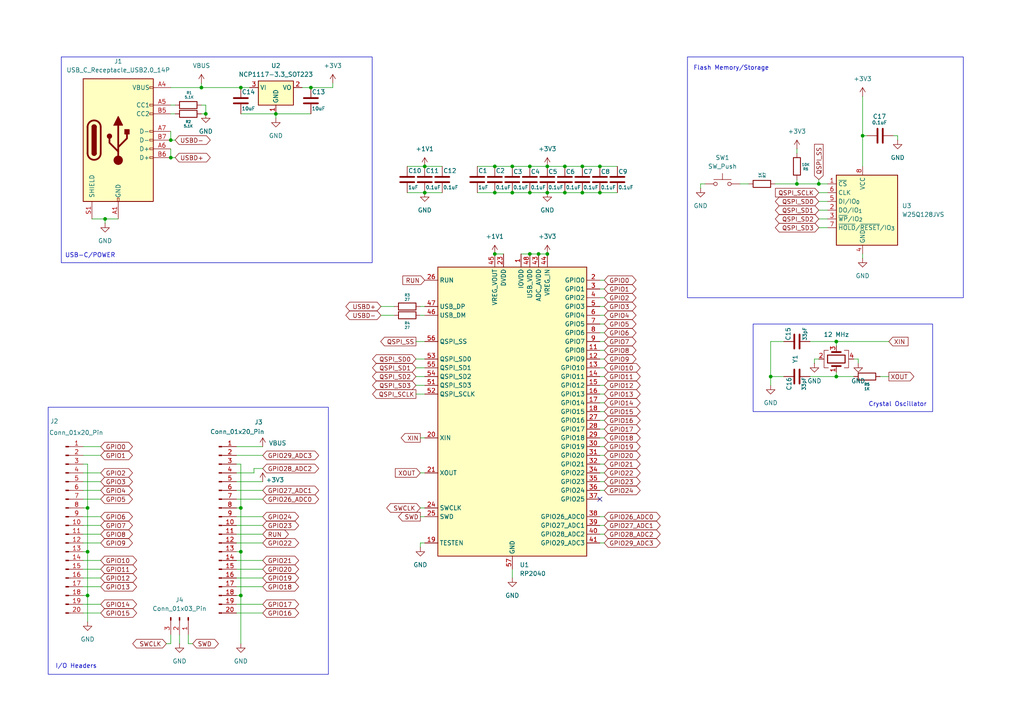
<source format=kicad_sch>
(kicad_sch (version 20250114) (generator "eeschema") (generator_version "9.0")
  (paper "A4")
  (lib_symbols
    (symbol "Connector:Conn_01x03_Pin" (pin_names (offset 1.016) (hide yes))
      (property "Reference" "J" (at 0 5.08 0))
      (property "Value" "Conn_01x03_Pin" (at 0 -5.08 0))
      (symbol "Conn_01x03_Pin_1_1"
        (pin passive line (at 5.08 2.54 180) (length 3.81) (name "Pin_1") (number "1"))
        (pin passive line (at 5.08 0 180) (length 3.81) (name "Pin_2") (number "2"))
        (pin passive line (at 5.08 -2.54 180) (length 3.81) (name "Pin_3") (number "3"))
      )
    )
    (symbol "Connector:Conn_01x20_Pin" (pin_names (offset 1.016) (hide yes))
      (property "Reference" "J" (at 0 25.4 0))
      (property "Value" "Conn_01x20_Pin" (at 0 -27.94 0))
      (symbol "Conn_01x20_Pin_1_1"
        (pin passive line (at 5.08 22.86 180) (length 3.81) (name "Pin_1") (number "1"))
        (pin passive line (at 5.08 20.32 180) (length 3.81) (name "Pin_2") (number "2"))
        (pin passive line (at 5.08 17.78 180) (length 3.81) (name "Pin_3") (number "3"))
        (pin passive line (at 5.08 15.24 180) (length 3.81) (name "Pin_4") (number "4"))
        (pin passive line (at 5.08 12.7 180) (length 3.81) (name "Pin_5") (number "5"))
        (pin passive line (at 5.08 10.16 180) (length 3.81) (name "Pin_6") (number "6"))
        (pin passive line (at 5.08 7.62 180) (length 3.81) (name "Pin_7") (number "7"))
        (pin passive line (at 5.08 5.08 180) (length 3.81) (name "Pin_8") (number "8"))
        (pin passive line (at 5.08 2.54 180) (length 3.81) (name "Pin_9") (number "9"))
        (pin passive line (at 5.08 0 180) (length 3.81) (name "Pin_10") (number "10"))
        (pin passive line (at 5.08 -2.54 180) (length 3.81) (name "Pin_11") (number "11"))
        (pin passive line (at 5.08 -5.08 180) (length 3.81) (name "Pin_12") (number "12"))
        (pin passive line (at 5.08 -7.62 180) (length 3.81) (name "Pin_13") (number "13"))
        (pin passive line (at 5.08 -10.16 180) (length 3.81) (name "Pin_14") (number "14"))
        (pin passive line (at 5.08 -12.7 180) (length 3.81) (name "Pin_15") (number "15"))
        (pin passive line (at 5.08 -15.24 180) (length 3.81) (name "Pin_16") (number "16"))
        (pin passive line (at 5.08 -17.78 180) (length 3.81) (name "Pin_17") (number "17"))
        (pin passive line (at 5.08 -20.32 180) (length 3.81) (name "Pin_18") (number "18"))
        (pin passive line (at 5.08 -22.86 180) (length 3.81) (name "Pin_19") (number "19"))
        (pin passive line (at 5.08 -25.4 180) (length 3.81) (name "Pin_20") (number "20"))
      )
    )
    (symbol "Connector:USB_C_Receptacle_USB2.0_14P" (pin_names (offset 1.016))
      (property "Reference" "J" (at 0 22.225 0))
      (property "Value" "USB_C_Receptacle_USB2.0_14P" (at 0 19.685 0))
      (symbol "USB_C_Receptacle_USB2.0_14P_1_1"
        (pin passive line (at -7.62 -22.86 90) (length 5.08) (name "SHIELD") (number "S1"))
        (pin passive line (at 0 -22.86 90) (length 5.08) (name "GND") (number "A1"))
        (pin passive line (at 0 -22.86 90) (length 5.08) (hide yes) (name "GND") (number "A12"))
        (pin passive line (at 0 -22.86 90) (length 5.08) (hide yes) (name "GND") (number "B1"))
        (pin passive line (at 0 -22.86 90) (length 5.08) (hide yes) (name "GND") (number "B12"))
        (pin passive line (at 15.24 15.24 180) (length 5.08) (name "VBUS") (number "A4"))
        (pin passive line (at 15.24 15.24 180) (length 5.08) (hide yes) (name "VBUS") (number "A9"))
        (pin passive line (at 15.24 15.24 180) (length 5.08) (hide yes) (name "VBUS") (number "B4"))
        (pin passive line (at 15.24 15.24 180) (length 5.08) (hide yes) (name "VBUS") (number "B9"))
        (pin bidirectional line (at 15.24 10.16 180) (length 5.08) (name "CC1") (number "A5"))
        (pin bidirectional line (at 15.24 7.62 180) (length 5.08) (name "CC2") (number "B5"))
        (pin bidirectional line (at 15.24 2.54 180) (length 5.08) (name "D-") (number "A7"))
        (pin bidirectional line (at 15.24 0 180) (length 5.08) (name "D-") (number "B7"))
        (pin bidirectional line (at 15.24 -2.54 180) (length 5.08) (name "D+") (number "A6"))
        (pin bidirectional line (at 15.24 -5.08 180) (length 5.08) (name "D+") (number "B6"))
      )
    )
    (symbol "Device:C" (pin_numbers (hide yes)) (pin_names (offset 0.254))
      (property "Reference" "C" (at 0.635 2.54 0))
      (property "Value" "C" (at 0.635 -2.54 0))
      (symbol "C_1_1"
        (pin passive line (at 0 3.81 270) (length 2.794) (name "~") (number "1"))
        (pin passive line (at 0 -3.81 90) (length 2.794) (name "~") (number "2"))
      )
    )
    (symbol "Device:Crystal_GND24" (pin_names (offset 1.016) (hide yes))
      (property "Reference" "Y" (at 3.175 5.08 0))
      (property "Value" "Crystal_GND24" (at 3.175 3.175 0))
      (symbol "Crystal_GND24_1_1"
        (pin passive line (at -3.81 0 0) (length 1.27) (name "1") (number "1"))
        (pin passive line (at 0 5.08 270) (length 1.27) (name "2") (number "2"))
        (pin passive line (at 0 -5.08 90) (length 1.27) (name "4") (number "4"))
        (pin passive line (at 3.81 0 180) (length 1.27) (name "3") (number "3"))
      )
    )
    (symbol "Device:R" (pin_numbers (hide yes)) (pin_names (offset 0))
      (property "Reference" "R" (at 2.032 0 90))
      (property "Value" "R" (at 0 0 90))
      (symbol "R_1_1"
        (pin passive line (at 0 3.81 270) (length 1.27) (name "~") (number "1"))
        (pin passive line (at 0 -3.81 90) (length 1.27) (name "~") (number "2"))
      )
    )
    (symbol "MCU_RaspberryPi:RP2040"
      (property "Reference" "U" (at 17.78 45.72 0))
      (property "Value" "RP2040" (at 17.78 43.18 0))
      (symbol "RP2040_1_1"
        (pin input line (at -25.4 38.1 0) (length 3.81) (name "RUN") (number "26"))
        (pin bidirectional line (at -25.4 30.48 0) (length 3.81) (name "USB_DP") (number "47"))
        (pin bidirectional line (at -25.4 27.94 0) (length 3.81) (name "USB_DM") (number "46"))
        (pin bidirectional line (at -25.4 20.32 0) (length 3.81) (name "QSPI_SS") (number "56"))
        (pin bidirectional line (at -25.4 15.24 0) (length 3.81) (name "QSPI_SD0") (number "53"))
        (pin bidirectional line (at -25.4 12.7 0) (length 3.81) (name "QSPI_SD1") (number "55"))
        (pin bidirectional line (at -25.4 10.16 0) (length 3.81) (name "QSPI_SD2") (number "54"))
        (pin bidirectional line (at -25.4 7.62 0) (length 3.81) (name "QSPI_SD3") (number "51"))
        (pin output line (at -25.4 5.08 0) (length 3.81) (name "QSPI_SCLK") (number "52"))
        (pin input line (at -25.4 -7.62 0) (length 3.81) (name "XIN") (number "20"))
        (pin passive line (at -25.4 -17.78 0) (length 3.81) (name "XOUT") (number "21"))
        (pin input line (at -25.4 -27.94 0) (length 3.81) (name "SWCLK") (number "24"))
        (pin bidirectional line (at -25.4 -30.48 0) (length 3.81) (name "SWD") (number "25"))
        (pin input line (at -25.4 -38.1 0) (length 3.81) (name "TESTEN") (number "19"))
        (pin power_out line (at -5.08 45.72 270) (length 3.81) (name "VREG_VOUT") (number "45"))
        (pin power_in line (at -2.54 45.72 270) (length 3.81) (name "DVDD") (number "23"))
        (pin passive line (at -2.54 45.72 270) (length 3.81) (hide yes) (name "DVDD") (number "50"))
        (pin power_in line (at 0 -45.72 90) (length 3.81) (name "GND") (number "57"))
        (pin power_in line (at 2.54 45.72 270) (length 3.81) (name "IOVDD") (number "1"))
        (pin passive line (at 2.54 45.72 270) (length 3.81) (hide yes) (name "IOVDD") (number "10"))
        (pin passive line (at 2.54 45.72 270) (length 3.81) (hide yes) (name "IOVDD") (number "22"))
        (pin passive line (at 2.54 45.72 270) (length 3.81) (hide yes) (name "IOVDD") (number "33"))
        (pin passive line (at 2.54 45.72 270) (length 3.81) (hide yes) (name "IOVDD") (number "42"))
        (pin passive line (at 2.54 45.72 270) (length 3.81) (hide yes) (name "IOVDD") (number "49"))
        (pin power_in line (at 5.08 45.72 270) (length 3.81) (name "USB_VDD") (number "48"))
        (pin power_in line (at 7.62 45.72 270) (length 3.81) (name "ADC_AVDD") (number "43"))
        (pin power_in line (at 10.16 45.72 270) (length 3.81) (name "VREG_IN") (number "44"))
        (pin bidirectional line (at 25.4 38.1 180) (length 3.81) (name "GPIO0") (number "2"))
        (pin bidirectional line (at 25.4 35.56 180) (length 3.81) (name "GPIO1") (number "3"))
        (pin bidirectional line (at 25.4 33.02 180) (length 3.81) (name "GPIO2") (number "4"))
        (pin bidirectional line (at 25.4 30.48 180) (length 3.81) (name "GPIO3") (number "5"))
        (pin bidirectional line (at 25.4 27.94 180) (length 3.81) (name "GPIO4") (number "6"))
        (pin bidirectional line (at 25.4 25.4 180) (length 3.81) (name "GPIO5") (number "7"))
        (pin bidirectional line (at 25.4 22.86 180) (length 3.81) (name "GPIO6") (number "8"))
        (pin bidirectional line (at 25.4 20.32 180) (length 3.81) (name "GPIO7") (number "9"))
        (pin bidirectional line (at 25.4 17.78 180) (length 3.81) (name "GPIO8") (number "11"))
        (pin bidirectional line (at 25.4 15.24 180) (length 3.81) (name "GPIO9") (number "12"))
        (pin bidirectional line (at 25.4 12.7 180) (length 3.81) (name "GPIO10") (number "13"))
        (pin bidirectional line (at 25.4 10.16 180) (length 3.81) (name "GPIO11") (number "14"))
        (pin bidirectional line (at 25.4 7.62 180) (length 3.81) (name "GPIO12") (number "15"))
        (pin bidirectional line (at 25.4 5.08 180) (length 3.81) (name "GPIO13") (number "16"))
        (pin bidirectional line (at 25.4 2.54 180) (length 3.81) (name "GPIO14") (number "17"))
        (pin bidirectional line (at 25.4 0 180) (length 3.81) (name "GPIO15") (number "18"))
        (pin bidirectional line (at 25.4 -2.54 180) (length 3.81) (name "GPIO16") (number "27"))
        (pin bidirectional line (at 25.4 -5.08 180) (length 3.81) (name "GPIO17") (number "28"))
        (pin bidirectional line (at 25.4 -7.62 180) (length 3.81) (name "GPIO18") (number "29"))
        (pin bidirectional line (at 25.4 -10.16 180) (length 3.81) (name "GPIO19") (number "30"))
        (pin bidirectional line (at 25.4 -12.7 180) (length 3.81) (name "GPIO20") (number "31"))
        (pin bidirectional line (at 25.4 -15.24 180) (length 3.81) (name "GPIO21") (number "32"))
        (pin bidirectional line (at 25.4 -17.78 180) (length 3.81) (name "GPIO22") (number "34"))
        (pin bidirectional line (at 25.4 -20.32 180) (length 3.81) (name "GPIO23") (number "35"))
        (pin bidirectional line (at 25.4 -22.86 180) (length 3.81) (name "GPIO24") (number "36"))
        (pin bidirectional line (at 25.4 -25.4 180) (length 3.81) (name "GPIO25") (number "37"))
        (pin bidirectional line (at 25.4 -30.48 180) (length 3.81) (name "GPIO26_ADC0") (number "38"))
        (pin bidirectional line (at 25.4 -33.02 180) (length 3.81) (name "GPIO27_ADC1") (number "39"))
        (pin bidirectional line (at 25.4 -35.56 180) (length 3.81) (name "GPIO28_ADC2") (number "40"))
        (pin bidirectional line (at 25.4 -38.1 180) (length 3.81) (name "GPIO29_ADC3") (number "41"))
      )
    )
    (symbol "Memory_Flash:W25Q128JVS"
      (property "Reference" "U" (at -6.35 11.43 0))
      (property "Value" "W25Q128JVS" (at 7.62 11.43 0))
      (symbol "W25Q128JVS_1_1"
        (pin input line (at -10.16 7.62 0) (length 2.54) (name "~{CS}") (number "1"))
        (pin input line (at -10.16 5.08 0) (length 2.54) (name "CLK") (number "6"))
        (pin bidirectional line (at -10.16 2.54 0) (length 2.54) (name "DI/IO_{0}") (number "5"))
        (pin bidirectional line (at -10.16 0 0) (length 2.54) (name "DO/IO_{1}") (number "2"))
        (pin bidirectional line (at -10.16 -2.54 0) (length 2.54) (name "~{WP}/IO_{2}") (number "3"))
        (pin bidirectional line (at -10.16 -5.08 0) (length 2.54) (name "~{HOLD}/~{RESET}/IO_{3}") (number "7"))
        (pin power_in line (at 0 12.7 270) (length 2.54) (name "VCC") (number "8"))
        (pin power_in line (at 0 -12.7 90) (length 2.54) (name "GND") (number "4"))
      )
    )
    (symbol "Regulator_Linear:NCP1117-3.3_SOT223"
      (property "Reference" "U" (at -3.81 3.175 0))
      (property "Value" "NCP1117-3.3_SOT223" (at 0 3.175 0))
      (symbol "NCP1117-3.3_SOT223_1_1"
        (pin power_in line (at -7.62 0 0) (length 2.54) (name "VI") (number "3"))
        (pin power_in line (at 0 -7.62 90) (length 2.54) (name "GND") (number "1"))
        (pin power_out line (at 7.62 0 180) (length 2.54) (name "VO") (number "2"))
      )
    )
    (symbol "Switch:SW_Push" (pin_numbers (hide yes)) (pin_names (offset 1.016) (hide yes))
      (property "Reference" "SW" (at 1.27 2.54 0))
      (property "Value" "SW_Push" (at 0 -1.524 0))
      (symbol "SW_Push_0_1"
        (pin passive line (at -5.08 0 0) (length 2.54) (name "1") (number "1"))
        (pin passive line (at 5.08 0 180) (length 2.54) (name "2") (number "2"))
      )
    )
    (symbol "power:+1V1" (power) (pin_numbers (hide yes)) (pin_names (offset 0) (hide yes))
      (property "Value" "+1V1" (at 0 3.556 0))
      (symbol "+1V1_1_1"
        (pin power_in line (at 0 0 90) (length 0) (name "~") (number "1"))
      )
    )
    (symbol "power:+3V3" (power) (pin_numbers (hide yes)) (pin_names (offset 0) (hide yes))
      (property "Value" "+3V3" (at 0 3.556 0))
      (symbol "+3V3_1_1"
        (pin power_in line (at 0 0 90) (length 0) (name "~") (number "1"))
      )
    )
    (symbol "power:GND" (power) (pin_numbers (hide yes)) (pin_names (offset 0) (hide yes))
      (property "Value" "GND" (at 0 -3.81 0))
      (symbol "GND_1_1"
        (pin power_in line (at 0 0 270) (length 0) (name "~") (number "1"))
      )
    )
    (symbol "power:VBUS" (power) (pin_numbers (hide yes)) (pin_names (offset 0) (hide yes))
      (property "Value" "VBUS" (at 0 3.556 0))
      (symbol "VBUS_1_1"
        (pin power_in line (at 0 0 90) (length 0) (name "~") (number "1"))
      )
    )
  )
  (rectangle (start 17.78 16.51) (end 107.95 76.2))
  (rectangle (start 218.44 93.98) (end 270.51 119.38))
  (rectangle (start 13.97 118.11) (end 95.25 195.58))
  (rectangle (start 199.39 16.51) (end 279.4 86.36))
  (text "Flash Memory/Storage" (at 212.09 19.812 0) (effects (font (size 1.27 1.27))))
  (text "USB-C/POWER" (at 26.162 74.168 0) (effects (font (size 1.27 1.27))))
  (text "I/O Headers" (at 22.098 193.294 0) (effects (font (size 1.27 1.27))))
  (text "Crystal Oscillator" (at 260.35 117.348 0) (effects (font (size 1.27 1.27))))
  (junction (at 58.42 25.4))
  (junction (at 59.69 33.02))
  (junction (at 25.4 147.32))
  (junction (at 173.99 55.88))
  (junction (at 231.14 53.34))
  (junction (at 69.85 25.4))
  (junction (at 153.67 73.66))
  (junction (at 163.83 55.88))
  (junction (at 158.75 48.26))
  (junction (at 69.85 160.02))
  (junction (at 143.51 48.26))
  (junction (at 143.51 73.66))
  (junction (at 163.83 48.26))
  (junction (at 69.85 172.72))
  (junction (at 123.19 55.88))
  (junction (at 173.99 48.26))
  (junction (at 25.4 160.02))
  (junction (at 168.91 48.26))
  (junction (at 49.53 40.64))
  (junction (at 156.21 73.66))
  (junction (at 158.75 73.66))
  (junction (at 123.19 48.26))
  (junction (at 30.48 63.5))
  (junction (at 242.57 99.06))
  (junction (at 237.49 53.34))
  (junction (at 242.57 109.22))
  (junction (at 143.51 55.88))
  (junction (at 90.17 25.4))
  (junction (at 158.75 55.88))
  (junction (at 69.85 147.32))
  (junction (at 49.53 45.72))
  (junction (at 153.67 48.26))
  (junction (at 148.59 48.26))
  (junction (at 80.01 33.02))
  (junction (at 250.19 39.37))
  (junction (at 168.91 55.88))
  (junction (at 153.67 55.88))
  (junction (at 148.59 55.88))
  (junction (at 25.4 172.72))
  (junction (at 223.52 109.22))
  (no_connect (at 173.99 144.78))
  (wire (pts (xy 52.07 184.15) (xy 52.07 186.69)))
  (wire (pts (xy 242.57 100.33) (xy 242.57 99.06)))
  (wire (pts (xy 260.35 39.37) (xy 260.35 40.64)))
  (wire (pts (xy 29.21 170.18) (xy 24.13 170.18)))
  (wire (pts (xy 69.85 134.62) (xy 69.85 147.32)))
  (wire (pts (xy 58.42 30.48) (xy 59.69 30.48)))
  (wire (pts (xy 173.99 104.14) (xy 175.26 104.14)))
  (wire (pts (xy 29.21 162.56) (xy 24.13 162.56)))
  (wire (pts (xy 68.58 157.48) (xy 76.2 157.48)))
  (wire (pts (xy 123.19 48.26) (xy 128.27 48.26)))
  (wire (pts (xy 24.13 147.32) (xy 25.4 147.32)))
  (wire (pts (xy 242.57 99.06) (xy 257.81 99.06)))
  (wire (pts (xy 121.92 91.44) (xy 123.19 91.44)))
  (wire (pts (xy 143.51 73.66) (xy 146.05 73.66)))
  (wire (pts (xy 237.49 52.07) (xy 237.49 53.34)))
  (wire (pts (xy 68.58 132.08) (xy 76.2 132.08)))
  (wire (pts (xy 250.19 27.94) (xy 250.19 39.37)))
  (wire (pts (xy 24.13 134.62) (xy 25.4 134.62)))
  (wire (pts (xy 54.61 186.69) (xy 55.88 186.69)))
  (wire (pts (xy 237.49 58.42) (xy 240.03 58.42)))
  (wire (pts (xy 204.47 53.34) (xy 203.2 53.34)))
  (wire (pts (xy 173.99 137.16) (xy 175.26 137.16)))
  (wire (pts (xy 156.21 73.66) (xy 158.75 73.66)))
  (wire (pts (xy 68.58 134.62) (xy 69.85 134.62)))
  (wire (pts (xy 223.52 99.06) (xy 223.52 109.22)))
  (wire (pts (xy 148.59 55.88) (xy 153.67 55.88)))
  (wire (pts (xy 80.01 33.02) (xy 90.17 33.02)))
  (wire (pts (xy 68.58 160.02) (xy 69.85 160.02)))
  (wire (pts (xy 87.63 25.4) (xy 90.17 25.4)))
  (wire (pts (xy 173.99 106.68) (xy 175.26 106.68)))
  (wire (pts (xy 120.65 104.14) (xy 123.19 104.14)))
  (wire (pts (xy 49.53 25.4) (xy 58.42 25.4)))
  (wire (pts (xy 26.67 63.5) (xy 30.48 63.5)))
  (wire (pts (xy 153.67 48.26) (xy 158.75 48.26)))
  (wire (pts (xy 173.99 81.28) (xy 175.26 81.28)))
  (wire (pts (xy 120.65 111.76) (xy 123.19 111.76)))
  (wire (pts (xy 153.67 73.66) (xy 156.21 73.66)))
  (wire (pts (xy 29.21 154.94) (xy 24.13 154.94)))
  (wire (pts (xy 68.58 142.24) (xy 76.2 142.24)))
  (wire (pts (xy 163.83 55.88) (xy 168.91 55.88)))
  (wire (pts (xy 69.85 160.02) (xy 69.85 172.72)))
  (wire (pts (xy 173.99 129.54) (xy 175.26 129.54)))
  (wire (pts (xy 69.85 172.72) (xy 69.85 186.69)))
  (wire (pts (xy 96.52 24.13) (xy 96.52 25.4)))
  (wire (pts (xy 24.13 160.02) (xy 25.4 160.02)))
  (wire (pts (xy 49.53 184.15) (xy 49.53 186.69)))
  (wire (pts (xy 250.19 39.37) (xy 251.46 39.37)))
  (wire (pts (xy 120.65 109.22) (xy 123.19 109.22)))
  (wire (pts (xy 250.19 73.66) (xy 250.19 74.93)))
  (wire (pts (xy 59.69 30.48) (xy 59.69 33.02)))
  (wire (pts (xy 173.99 132.08) (xy 175.26 132.08)))
  (wire (pts (xy 68.58 137.16) (xy 73.66 137.16)))
  (wire (pts (xy 173.99 142.24) (xy 175.26 142.24)))
  (wire (pts (xy 173.99 96.52) (xy 175.26 96.52)))
  (wire (pts (xy 173.99 101.6) (xy 175.26 101.6)))
  (wire (pts (xy 25.4 160.02) (xy 25.4 172.72)))
  (wire (pts (xy 68.58 175.26) (xy 76.2 175.26)))
  (wire (pts (xy 90.17 25.4) (xy 96.52 25.4)))
  (wire (pts (xy 29.21 142.24) (xy 24.13 142.24)))
  (wire (pts (xy 68.58 170.18) (xy 76.2 170.18)))
  (wire (pts (xy 73.66 137.16) (xy 73.66 135.89)))
  (wire (pts (xy 69.85 25.4) (xy 72.39 25.4)))
  (wire (pts (xy 250.19 39.37) (xy 250.19 48.26)))
  (wire (pts (xy 120.65 106.68) (xy 123.19 106.68)))
  (wire (pts (xy 68.58 177.8) (xy 76.2 177.8)))
  (wire (pts (xy 148.59 165.1) (xy 148.59 167.64)))
  (wire (pts (xy 29.21 152.4) (xy 24.13 152.4)))
  (wire (pts (xy 151.13 73.66) (xy 153.67 73.66)))
  (wire (pts (xy 259.08 39.37) (xy 260.35 39.37)))
  (wire (pts (xy 173.99 116.84) (xy 175.26 116.84)))
  (wire (pts (xy 173.99 88.9) (xy 175.26 88.9)))
  (wire (pts (xy 173.99 149.86) (xy 175.26 149.86)))
  (wire (pts (xy 173.99 48.26) (xy 179.07 48.26)))
  (wire (pts (xy 173.99 121.92) (xy 175.26 121.92)))
  (wire (pts (xy 173.99 139.7) (xy 175.26 139.7)))
  (wire (pts (xy 227.33 99.06) (xy 223.52 99.06)))
  (wire (pts (xy 68.58 152.4) (xy 76.2 152.4)))
  (wire (pts (xy 68.58 165.1) (xy 76.2 165.1)))
  (wire (pts (xy 203.2 53.34) (xy 203.2 54.61)))
  (wire (pts (xy 143.51 55.88) (xy 148.59 55.88)))
  (wire (pts (xy 231.14 53.34) (xy 231.14 52.07)))
  (wire (pts (xy 173.99 152.4) (xy 175.26 152.4)))
  (wire (pts (xy 158.75 48.26) (xy 163.83 48.26)))
  (wire (pts (xy 237.49 53.34) (xy 240.03 53.34)))
  (wire (pts (xy 248.92 104.14) (xy 248.92 105.41)))
  (wire (pts (xy 29.21 167.64) (xy 24.13 167.64)))
  (wire (pts (xy 29.21 132.08) (xy 24.13 132.08)))
  (wire (pts (xy 68.58 162.56) (xy 76.2 162.56)))
  (wire (pts (xy 58.42 24.13) (xy 58.42 25.4)))
  (wire (pts (xy 29.21 137.16) (xy 24.13 137.16)))
  (wire (pts (xy 49.53 33.02) (xy 50.8 33.02)))
  (wire (pts (xy 121.92 88.9) (xy 123.19 88.9)))
  (wire (pts (xy 231.14 43.18) (xy 231.14 44.45)))
  (wire (pts (xy 49.53 30.48) (xy 50.8 30.48)))
  (wire (pts (xy 237.49 63.5) (xy 240.03 63.5)))
  (wire (pts (xy 30.48 64.77) (xy 30.48 63.5)))
  (wire (pts (xy 236.22 104.14) (xy 236.22 105.41)))
  (wire (pts (xy 173.99 91.44) (xy 175.26 91.44)))
  (wire (pts (xy 68.58 149.86) (xy 76.2 149.86)))
  (wire (pts (xy 24.13 172.72) (xy 25.4 172.72)))
  (wire (pts (xy 237.49 104.14) (xy 236.22 104.14)))
  (wire (pts (xy 138.43 48.26) (xy 143.51 48.26)))
  (wire (pts (xy 29.21 129.54) (xy 24.13 129.54)))
  (wire (pts (xy 242.57 107.95) (xy 242.57 109.22)))
  (wire (pts (xy 110.49 88.9) (xy 114.3 88.9)))
  (wire (pts (xy 80.01 34.29) (xy 80.01 33.02)))
  (wire (pts (xy 123.19 157.48) (xy 121.92 157.48)))
  (wire (pts (xy 173.99 93.98) (xy 175.26 93.98)))
  (wire (pts (xy 234.95 99.06) (xy 242.57 99.06)))
  (wire (pts (xy 121.92 147.32) (xy 123.19 147.32)))
  (wire (pts (xy 59.69 33.02) (xy 58.42 33.02)))
  (wire (pts (xy 255.27 109.22) (xy 257.81 109.22)))
  (wire (pts (xy 163.83 48.26) (xy 168.91 48.26)))
  (wire (pts (xy 173.99 86.36) (xy 175.26 86.36)))
  (wire (pts (xy 121.92 157.48) (xy 121.92 158.75)))
  (wire (pts (xy 158.75 55.88) (xy 163.83 55.88)))
  (wire (pts (xy 138.43 55.88) (xy 143.51 55.88)))
  (wire (pts (xy 237.49 66.04) (xy 240.03 66.04)))
  (wire (pts (xy 58.42 25.4) (xy 69.85 25.4)))
  (wire (pts (xy 29.21 144.78) (xy 24.13 144.78)))
  (wire (pts (xy 118.11 55.88) (xy 123.19 55.88)))
  (wire (pts (xy 73.66 135.89) (xy 76.2 135.89)))
  (wire (pts (xy 25.4 134.62) (xy 25.4 147.32)))
  (wire (pts (xy 25.4 172.72) (xy 25.4 180.34)))
  (wire (pts (xy 121.92 137.16) (xy 123.19 137.16)))
  (wire (pts (xy 68.58 139.7) (xy 76.2 139.7)))
  (wire (pts (xy 173.99 109.22) (xy 175.26 109.22)))
  (wire (pts (xy 49.53 40.64) (xy 50.8 40.64)))
  (wire (pts (xy 121.92 127) (xy 123.19 127)))
  (wire (pts (xy 148.59 48.26) (xy 153.67 48.26)))
  (wire (pts (xy 173.99 154.94) (xy 175.26 154.94)))
  (wire (pts (xy 173.99 111.76) (xy 175.26 111.76)))
  (wire (pts (xy 30.48 63.5) (xy 34.29 63.5)))
  (wire (pts (xy 49.53 43.18) (xy 49.53 45.72)))
  (wire (pts (xy 49.53 38.1) (xy 49.53 40.64)))
  (wire (pts (xy 237.49 55.88) (xy 240.03 55.88)))
  (wire (pts (xy 68.58 167.64) (xy 76.2 167.64)))
  (wire (pts (xy 49.53 45.72) (xy 50.8 45.72)))
  (wire (pts (xy 153.67 55.88) (xy 158.75 55.88)))
  (wire (pts (xy 123.19 55.88) (xy 128.27 55.88)))
  (wire (pts (xy 29.21 175.26) (xy 24.13 175.26)))
  (wire (pts (xy 68.58 172.72) (xy 69.85 172.72)))
  (wire (pts (xy 224.79 53.34) (xy 231.14 53.34)))
  (wire (pts (xy 173.99 99.06) (xy 175.26 99.06)))
  (wire (pts (xy 173.99 127) (xy 175.26 127)))
  (wire (pts (xy 118.11 48.26) (xy 123.19 48.26)))
  (wire (pts (xy 25.4 147.32) (xy 25.4 160.02)))
  (wire (pts (xy 120.65 114.3) (xy 123.19 114.3)))
  (wire (pts (xy 29.21 177.8) (xy 24.13 177.8)))
  (wire (pts (xy 242.57 109.22) (xy 247.65 109.22)))
  (wire (pts (xy 223.52 109.22) (xy 223.52 111.76)))
  (wire (pts (xy 54.61 184.15) (xy 54.61 186.69)))
  (wire (pts (xy 173.99 124.46) (xy 175.26 124.46)))
  (wire (pts (xy 69.85 147.32) (xy 69.85 160.02)))
  (wire (pts (xy 29.21 149.86) (xy 24.13 149.86)))
  (wire (pts (xy 173.99 114.3) (xy 175.26 114.3)))
  (wire (pts (xy 173.99 157.48) (xy 175.26 157.48)))
  (wire (pts (xy 237.49 60.96) (xy 240.03 60.96)))
  (wire (pts (xy 49.53 186.69) (xy 48.26 186.69)))
  (wire (pts (xy 68.58 129.54) (xy 76.2 129.54)))
  (wire (pts (xy 247.65 104.14) (xy 248.92 104.14)))
  (wire (pts (xy 214.63 53.34) (xy 217.17 53.34)))
  (wire (pts (xy 168.91 55.88) (xy 173.99 55.88)))
  (wire (pts (xy 143.51 48.26) (xy 148.59 48.26)))
  (wire (pts (xy 68.58 144.78) (xy 76.2 144.78)))
  (wire (pts (xy 69.85 33.02) (xy 80.01 33.02)))
  (wire (pts (xy 173.99 134.62) (xy 175.26 134.62)))
  (wire (pts (xy 168.91 48.26) (xy 173.99 48.26)))
  (wire (pts (xy 120.65 99.06) (xy 123.19 99.06)))
  (wire (pts (xy 110.49 91.44) (xy 114.3 91.44)))
  (wire (pts (xy 234.95 109.22) (xy 242.57 109.22)))
  (wire (pts (xy 29.21 139.7) (xy 24.13 139.7)))
  (wire (pts (xy 173.99 83.82) (xy 175.26 83.82)))
  (wire (pts (xy 68.58 154.94) (xy 76.2 154.94)))
  (wire (pts (xy 121.92 149.86) (xy 123.19 149.86)))
  (wire (pts (xy 68.58 147.32) (xy 69.85 147.32)))
  (wire (pts (xy 237.49 53.34) (xy 231.14 53.34)))
  (wire (pts (xy 223.52 109.22) (xy 227.33 109.22)))
  (wire (pts (xy 173.99 55.88) (xy 179.07 55.88)))
  (wire (pts (xy 29.21 165.1) (xy 24.13 165.1)))
  (wire (pts (xy 173.99 119.38) (xy 175.26 119.38)))
  (wire (pts (xy 29.21 157.48) (xy 24.13 157.48)))
  (global_label "GPIO15" (shape bidirectional) (at 175.26 119.38 0) (property "Intersheetrefs" "${INTERSHEET_REFS}" (effects (hide yes))))
  (global_label "GPIO7" (shape bidirectional) (at 29.21 152.4 0) (property "Intersheetrefs" "${INTERSHEET_REFS}" (effects (hide yes))))
  (global_label "USBD+" (shape bidirectional) (at 50.8 45.72 0) (property "Intersheetrefs" "${INTERSHEET_REFS}" (effects (hide yes))))
  (global_label "GPIO27_ADC1" (shape bidirectional) (at 175.26 152.4 0) (property "Intersheetrefs" "${INTERSHEET_REFS}" (effects (hide yes))))
  (global_label "GPIO5" (shape bidirectional) (at 29.21 144.78 0) (property "Intersheetrefs" "${INTERSHEET_REFS}" (effects (hide yes))))
  (global_label "SWD" (shape output) (at 121.92 149.86 180) (property "Intersheetrefs" "${INTERSHEET_REFS}" (effects (hide yes))))
  (global_label "RUN" (shape input) (at 123.19 81.28 180) (property "Intersheetrefs" "${INTERSHEET_REFS}" (effects (hide yes))))
  (global_label "QSPI_SD1" (shape bidirectional) (at 120.65 106.68 180) (property "Intersheetrefs" "${INTERSHEET_REFS}" (effects (hide yes))))
  (global_label "GPIO16" (shape bidirectional) (at 175.26 121.92 0) (property "Intersheetrefs" "${INTERSHEET_REFS}" (effects (hide yes))))
  (global_label "GPIO14" (shape bidirectional) (at 175.26 116.84 0) (property "Intersheetrefs" "${INTERSHEET_REFS}" (effects (hide yes))))
  (global_label "GPIO19" (shape bidirectional) (at 76.2 167.64 0) (property "Intersheetrefs" "${INTERSHEET_REFS}" (effects (hide yes))))
  (global_label "GPIO21" (shape bidirectional) (at 76.2 162.56 0) (property "Intersheetrefs" "${INTERSHEET_REFS}" (effects (hide yes))))
  (global_label "USBD-" (shape bidirectional) (at 50.8 40.64 0) (property "Intersheetrefs" "${INTERSHEET_REFS}" (effects (hide yes))))
  (global_label "GPIO10" (shape bidirectional) (at 175.26 106.68 0) (property "Intersheetrefs" "${INTERSHEET_REFS}" (effects (hide yes))))
  (global_label "GPIO0" (shape bidirectional) (at 175.26 81.28 0) (property "Intersheetrefs" "${INTERSHEET_REFS}" (effects (hide yes))))
  (global_label "GPIO4" (shape bidirectional) (at 29.21 142.24 0) (property "Intersheetrefs" "${INTERSHEET_REFS}" (effects (hide yes))))
  (global_label "GPIO3" (shape bidirectional) (at 175.26 88.9 0) (property "Intersheetrefs" "${INTERSHEET_REFS}" (effects (hide yes))))
  (global_label "GPIO2" (shape bidirectional) (at 29.21 137.16 0) (property "Intersheetrefs" "${INTERSHEET_REFS}" (effects (hide yes))))
  (global_label "GPIO7" (shape bidirectional) (at 175.26 99.06 0) (property "Intersheetrefs" "${INTERSHEET_REFS}" (effects (hide yes))))
  (global_label "QSPI_SS" (shape input) (at 237.49 52.07 90) (property "Intersheetrefs" "${INTERSHEET_REFS}" (effects (hide yes))))
  (global_label "GPIO27_ADC1" (shape bidirectional) (at 76.2 142.24 0) (property "Intersheetrefs" "${INTERSHEET_REFS}" (effects (hide yes))))
  (global_label "GPIO2" (shape bidirectional) (at 175.26 86.36 0) (property "Intersheetrefs" "${INTERSHEET_REFS}" (effects (hide yes))))
  (global_label "GPIO18" (shape bidirectional) (at 76.2 170.18 0) (property "Intersheetrefs" "${INTERSHEET_REFS}" (effects (hide yes))))
  (global_label "GPIO29_ADC3" (shape bidirectional) (at 76.2 132.08 0) (property "Intersheetrefs" "${INTERSHEET_REFS}" (effects (hide yes))))
  (global_label "GPIO17" (shape bidirectional) (at 175.26 124.46 0) (property "Intersheetrefs" "${INTERSHEET_REFS}" (effects (hide yes))))
  (global_label "GPIO28_ADC2" (shape bidirectional) (at 175.26 154.94 0) (property "Intersheetrefs" "${INTERSHEET_REFS}" (effects (hide yes))))
  (global_label "USBD-" (shape bidirectional) (at 110.49 91.44 180) (property "Intersheetrefs" "${INTERSHEET_REFS}" (effects (hide yes))))
  (global_label "QSPI_SD2" (shape bidirectional) (at 120.65 109.22 180) (property "Intersheetrefs" "${INTERSHEET_REFS}" (effects (hide yes))))
  (global_label "GPIO1" (shape bidirectional) (at 29.21 132.08 0) (property "Intersheetrefs" "${INTERSHEET_REFS}" (effects (hide yes))))
  (global_label "USBD+" (shape bidirectional) (at 110.49 88.9 180) (property "Intersheetrefs" "${INTERSHEET_REFS}" (effects (hide yes))))
  (global_label "GPIO14" (shape bidirectional) (at 29.21 175.26 0) (property "Intersheetrefs" "${INTERSHEET_REFS}" (effects (hide yes))))
  (global_label "GPIO12" (shape bidirectional) (at 175.26 111.76 0) (property "Intersheetrefs" "${INTERSHEET_REFS}" (effects (hide yes))))
  (global_label "GPIO0" (shape bidirectional) (at 29.21 129.54 0) (property "Intersheetrefs" "${INTERSHEET_REFS}" (effects (hide yes))))
  (global_label "GPIO11" (shape bidirectional) (at 175.26 109.22 0) (property "Intersheetrefs" "${INTERSHEET_REFS}" (effects (hide yes))))
  (global_label "GPIO19" (shape bidirectional) (at 175.26 129.54 0) (property "Intersheetrefs" "${INTERSHEET_REFS}" (effects (hide yes))))
  (global_label "GPIO29_ADC3" (shape bidirectional) (at 175.26 157.48 0) (property "Intersheetrefs" "${INTERSHEET_REFS}" (effects (hide yes))))
  (global_label "GPIO17" (shape bidirectional) (at 76.2 175.26 0) (property "Intersheetrefs" "${INTERSHEET_REFS}" (effects (hide yes))))
  (global_label "GPIO24" (shape bidirectional) (at 175.26 142.24 0) (property "Intersheetrefs" "${INTERSHEET_REFS}" (effects (hide yes))))
  (global_label "XIN" (shape output) (at 121.92 127 180) (property "Intersheetrefs" "${INTERSHEET_REFS}" (effects (hide yes))))
  (global_label "QSPI_SD1" (shape bidirectional) (at 237.49 60.96 180) (property "Intersheetrefs" "${INTERSHEET_REFS}" (effects (hide yes))))
  (global_label "RUN" (shape bidirectional) (at 76.2 154.94 0) (property "Intersheetrefs" "${INTERSHEET_REFS}" (effects (hide yes))))
  (global_label "GPIO3" (shape bidirectional) (at 29.21 139.7 0) (property "Intersheetrefs" "${INTERSHEET_REFS}" (effects (hide yes))))
  (global_label "GPIO6" (shape bidirectional) (at 175.26 96.52 0) (property "Intersheetrefs" "${INTERSHEET_REFS}" (effects (hide yes))))
  (global_label "GPIO23" (shape bidirectional) (at 76.2 152.4 0) (property "Intersheetrefs" "${INTERSHEET_REFS}" (effects (hide yes))))
  (global_label "GPIO10" (shape bidirectional) (at 29.21 162.56 0) (property "Intersheetrefs" "${INTERSHEET_REFS}" (effects (hide yes))))
  (global_label "GPIO11" (shape bidirectional) (at 29.21 165.1 0) (property "Intersheetrefs" "${INTERSHEET_REFS}" (effects (hide yes))))
  (global_label "QSPI_SS" (shape output) (at 120.65 99.06 180) (property "Intersheetrefs" "${INTERSHEET_REFS}" (effects (hide yes))))
  (global_label "GPIO23" (shape bidirectional) (at 175.26 139.7 0) (property "Intersheetrefs" "${INTERSHEET_REFS}" (effects (hide yes))))
  (global_label "QSPI_SD0" (shape bidirectional) (at 237.49 58.42 180) (property "Intersheetrefs" "${INTERSHEET_REFS}" (effects (hide yes))))
  (global_label "SWCLK" (shape bidirectional) (at 48.26 186.69 180) (property "Intersheetrefs" "${INTERSHEET_REFS}" (effects (hide yes))))
  (global_label "GPIO26_ADC0" (shape bidirectional) (at 76.2 144.78 0) (property "Intersheetrefs" "${INTERSHEET_REFS}" (effects (hide yes))))
  (global_label "GPIO8" (shape bidirectional) (at 175.26 101.6 0) (property "Intersheetrefs" "${INTERSHEET_REFS}" (effects (hide yes))))
  (global_label "QSPI_SD0" (shape bidirectional) (at 120.65 104.14 180) (property "Intersheetrefs" "${INTERSHEET_REFS}" (effects (hide yes))))
  (global_label "GPIO12" (shape bidirectional) (at 29.21 167.64 0) (property "Intersheetrefs" "${INTERSHEET_REFS}" (effects (hide yes))))
  (global_label "GPIO1" (shape bidirectional) (at 175.26 83.82 0) (property "Intersheetrefs" "${INTERSHEET_REFS}" (effects (hide yes))))
  (global_label "XOUT" (shape output) (at 257.81 109.22 0) (property "Intersheetrefs" "${INTERSHEET_REFS}" (effects (hide yes))))
  (global_label "GPIO13" (shape bidirectional) (at 175.26 114.3 0) (property "Intersheetrefs" "${INTERSHEET_REFS}" (effects (hide yes))))
  (global_label "GPIO20" (shape bidirectional) (at 175.26 132.08 0) (property "Intersheetrefs" "${INTERSHEET_REFS}" (effects (hide yes))))
  (global_label "XOUT" (shape input) (at 121.92 137.16 180) (property "Intersheetrefs" "${INTERSHEET_REFS}" (effects (hide yes))))
  (global_label "GPIO13" (shape bidirectional) (at 29.21 170.18 0) (property "Intersheetrefs" "${INTERSHEET_REFS}" (effects (hide yes))))
  (global_label "GPIO22" (shape bidirectional) (at 76.2 157.48 0) (property "Intersheetrefs" "${INTERSHEET_REFS}" (effects (hide yes))))
  (global_label "GPIO21" (shape bidirectional) (at 175.26 134.62 0) (property "Intersheetrefs" "${INTERSHEET_REFS}" (effects (hide yes))))
  (global_label "QSPI_SCLK" (shape input) (at 237.49 55.88 180) (property "Intersheetrefs" "${INTERSHEET_REFS}" (effects (hide yes))))
  (global_label "GPIO9" (shape bidirectional) (at 29.21 157.48 0) (property "Intersheetrefs" "${INTERSHEET_REFS}" (effects (hide yes))))
  (global_label "GPIO9" (shape bidirectional) (at 175.26 104.14 0) (property "Intersheetrefs" "${INTERSHEET_REFS}" (effects (hide yes))))
  (global_label "GPIO5" (shape bidirectional) (at 175.26 93.98 0) (property "Intersheetrefs" "${INTERSHEET_REFS}" (effects (hide yes))))
  (global_label "GPIO4" (shape bidirectional) (at 175.26 91.44 0) (property "Intersheetrefs" "${INTERSHEET_REFS}" (effects (hide yes))))
  (global_label "SWCLK" (shape bidirectional) (at 121.92 147.32 180) (property "Intersheetrefs" "${INTERSHEET_REFS}" (effects (hide yes))))
  (global_label "GPIO22" (shape bidirectional) (at 175.26 137.16 0) (property "Intersheetrefs" "${INTERSHEET_REFS}" (effects (hide yes))))
  (global_label "XIN" (shape input) (at 257.81 99.06 0) (property "Intersheetrefs" "${INTERSHEET_REFS}" (effects (hide yes))))
  (global_label "GPIO16" (shape bidirectional) (at 76.2 177.8 0) (property "Intersheetrefs" "${INTERSHEET_REFS}" (effects (hide yes))))
  (global_label "GPIO20" (shape bidirectional) (at 76.2 165.1 0) (property "Intersheetrefs" "${INTERSHEET_REFS}" (effects (hide yes))))
  (global_label "GPIO18" (shape bidirectional) (at 175.26 127 0) (property "Intersheetrefs" "${INTERSHEET_REFS}" (effects (hide yes))))
  (global_label "GPIO6" (shape bidirectional) (at 29.21 149.86 0) (property "Intersheetrefs" "${INTERSHEET_REFS}" (effects (hide yes))))
  (global_label "GPIO15" (shape bidirectional) (at 29.21 177.8 0) (property "Intersheetrefs" "${INTERSHEET_REFS}" (effects (hide yes))))
  (global_label "QSPI_SD3" (shape bidirectional) (at 237.49 66.04 180) (property "Intersheetrefs" "${INTERSHEET_REFS}" (effects (hide yes))))
  (global_label "SWD" (shape bidirectional) (at 55.88 186.69 0) (property "Intersheetrefs" "${INTERSHEET_REFS}" (effects (hide yes))))
  (global_label "GPIO28_ADC2" (shape bidirectional) (at 76.2 135.89 0) (property "Intersheetrefs" "${INTERSHEET_REFS}" (effects (hide yes))))
  (global_label "GPIO8" (shape bidirectional) (at 29.21 154.94 0) (property "Intersheetrefs" "${INTERSHEET_REFS}" (effects (hide yes))))
  (global_label "GPIO24" (shape bidirectional) (at 76.2 149.86 0) (property "Intersheetrefs" "${INTERSHEET_REFS}" (effects (hide yes))))
  (global_label "QSPI_SCLK" (shape output) (at 120.65 114.3 180) (property "Intersheetrefs" "${INTERSHEET_REFS}" (effects (hide yes))))
  (global_label "GPIO26_ADC0" (shape bidirectional) (at 175.26 149.86 0) (property "Intersheetrefs" "${INTERSHEET_REFS}" (effects (hide yes))))
  (global_label "QSPI_SD3" (shape bidirectional) (at 120.65 111.76 180) (property "Intersheetrefs" "${INTERSHEET_REFS}" (effects (hide yes))))
  (global_label "QSPI_SD2" (shape bidirectional) (at 237.49 63.5 180) (property "Intersheetrefs" "${INTERSHEET_REFS}" (effects (hide yes))))
  (symbol (lib_id "Connector:Conn_01x20_Pin") (at 19.05 152.4 0) (unit 1)
    (property "Reference" "J2" (at 15.748 122.174 0))
    (property "Value" "Conn_01x20_Pin" (at 22.098 125.476 0))
    (property "Footprint" "Connector_PinHeader_2.54mm:PinHeader_1x20_P2.54mm_Vertical" (effects (hide yes)))
    (property "Description" "Generic connector, single row, 01x20, script generated" (effects (hide yes)))
  )
  (symbol (lib_id "Device:R") (at 220.98 53.34 270) (unit 1)
    (property "Reference" "R7" (at 221.742 50.8 0) (effects (font (size 0.762 0.762))))
    (property "Value" "1K" (at 220.472 50.8 0) (effects (font (size 0.762 0.762))))
    (property "Footprint" "Resistor_SMD:R_0402_1005Metric" (effects (hide yes)))
    (property "Description" "Resistor" (effects (hide yes)))
  )
  (symbol (lib_id "Regulator_Linear:NCP1117-3.3_SOT223") (at 80.01 25.4 0) (unit 1)
    (property "Reference" "U2" (at 80.01 19.05 0))
    (property "Value" "NCP1117-3.3_SOT223" (at 80.01 21.59 0))
    (property "Footprint" "Package_TO_SOT_SMD:SOT-223-3_TabPin2" (effects (hide yes)))
    (property "Datasheet" "http://www.onsemi.com/pub_link/Collateral/NCP1117-D.PDF" (effects (hide yes)))
    (property "Description" "1A Low drop-out regulator, Fixed Output 3.3V, SOT-223" (effects (hide yes)))
  )
  (symbol (lib_id "power:GND") (at 52.07 186.69 0) (unit 1)
    (property "Reference" "#PWR023" (effects (hide yes)))
    (property "Value" "GND" (at 52.07 191.77 0))
    (property "Description" "Power symbol creates a global label with name \"GND\" , ground" (effects (hide yes)))
  )
  (symbol (lib_id "Device:C") (at 148.59 52.07 0) (unit 1)
    (property "Reference" "C3" (at 148.844 49.784 0) (effects (justify left)))
    (property "Value" "0.1uF" (at 148.844 54.356 0) (effects (font (size 1.016 1.016)) (justify left)))
    (property "Footprint" "Capacitor_SMD:C_0402_1005Metric" (effects (hide yes)))
    (property "Description" "Unpolarized capacitor" (effects (hide yes)))
  )
  (symbol (lib_id "Device:C") (at 69.85 29.21 0) (unit 1)
    (property "Reference" "C14" (at 70.104 26.67 0) (effects (justify left)))
    (property "Value" "10uF" (at 70.104 31.496 0) (effects (font (size 1.016 1.016)) (justify left)))
    (property "Footprint" "Capacitor_SMD:C_0201_0603Metric" (effects (hide yes)))
    (property "Description" "Unpolarized capacitor" (effects (hide yes)))
  )
  (symbol (lib_id "Device:R") (at 54.61 30.48 90) (unit 1)
    (property "Reference" "R1" (at 54.864 26.924 90) (effects (font (size 0.762 0.762))))
    (property "Value" "5.1K" (at 54.864 28.194 90) (effects (font (size 0.762 0.762))))
    (property "Footprint" "Resistor_SMD:R_0402_1005Metric" (effects (hide yes)))
    (property "Description" "Resistor" (effects (hide yes)))
  )
  (symbol (lib_id "power:+3V3") (at 158.75 73.66 0) (unit 1)
    (property "Reference" "#PWR01" (effects (hide yes)))
    (property "Value" "+3V3" (at 158.75 68.58 0))
    (property "Description" "Power symbol creates a global label with name \"+3V3\"" (effects (hide yes)))
  )
  (symbol (lib_id "Device:C") (at 163.83 52.07 0) (unit 1)
    (property "Reference" "C6" (at 164.084 49.784 0) (effects (justify left)))
    (property "Value" "0.1uF" (at 164.084 54.356 0) (effects (font (size 1.016 1.016)) (justify left)))
    (property "Footprint" "Capacitor_SMD:C_0402_1005Metric" (effects (hide yes)))
    (property "Description" "Unpolarized capacitor" (effects (hide yes)))
  )
  (symbol (lib_id "Connector:Conn_01x03_Pin") (at 52.07 179.07 270) (unit 1)
    (property "Reference" "J4" (at 52.07 173.99 90))
    (property "Value" "Conn_01x03_Pin" (at 52.07 176.53 90))
    (property "Footprint" "Connector_PinHeader_2.54mm:PinHeader_1x03_P2.54mm_Vertical" (effects (hide yes)))
    (property "Description" "Generic connector, single row, 01x03, script generated" (effects (hide yes)))
  )
  (symbol (lib_id "power:VBUS") (at 58.42 24.13 0) (unit 1)
    (property "Reference" "#PWR010" (effects (hide yes)))
    (property "Value" "VBUS" (at 58.42 19.05 0))
    (property "Description" "Power symbol creates a global label with name \"VBUS\"" (effects (hide yes)))
  )
  (symbol (lib_id "power:GND") (at 158.75 55.88 0) (unit 1)
    (property "Reference" "#PWR04" (effects (hide yes)))
    (property "Value" "GND" (at 158.75 60.96 0))
    (property "Description" "Power symbol creates a global label with name \"GND\" , ground" (effects (hide yes)))
  )
  (symbol (lib_id "Device:R") (at 54.61 33.02 90) (unit 1)
    (property "Reference" "R2" (at 54.61 35.306 90) (effects (font (size 0.762 0.762))))
    (property "Value" "5.1K" (at 54.61 36.576 90) (effects (font (size 0.762 0.762))))
    (property "Footprint" "Resistor_SMD:R_0402_1005Metric" (effects (hide yes)))
    (property "Description" "Resistor" (effects (hide yes)))
  )
  (symbol (lib_id "power:GND") (at 236.22 105.41 0) (unit 1)
    (property "Reference" "#PWR014" (effects (hide yes)))
    (property "Value" "GND" (at 236.22 110.49 0))
    (property "Description" "Power symbol creates a global label with name \"GND\" , ground" (effects (hide yes)))
  )
  (symbol (lib_id "power:+3V3") (at 76.2 139.7 0) (unit 1)
    (property "Reference" "#PWR024" (effects (hide yes)))
    (property "Value" "+3V3" (at 79.756 139.192 0))
    (property "Description" "Power symbol creates a global label with name \"+3V3\"" (effects (hide yes)))
  )
  (symbol (lib_id "power:+3V3") (at 96.52 24.13 0) (unit 1)
    (property "Reference" "#PWR011" (effects (hide yes)))
    (property "Value" "+3V3" (at 96.52 19.05 0))
    (property "Description" "Power symbol creates a global label with name \"+3V3\"" (effects (hide yes)))
  )
  (symbol (lib_id "Connector:Conn_01x20_Pin") (at 63.5 152.4 0) (unit 1)
    (property "Reference" "J3" (at 76.2 122.428 0) (effects (justify right)))
    (property "Value" "Conn_01x20_Pin" (at 76.708 125.222 0) (effects (justify right)))
    (property "Footprint" "Connector_PinHeader_2.54mm:PinHeader_1x20_P2.54mm_Vertical" (effects (hide yes)))
    (property "Description" "Generic connector, single row, 01x20, script generated" (effects (hide yes)))
  )
  (symbol (lib_id "power:VBUS") (at 76.2 129.54 0) (unit 1)
    (property "Reference" "#PWR025" (effects (hide yes)))
    (property "Value" "VBUS" (at 80.518 128.524 0))
    (property "Description" "Power symbol creates a global label with name \"VBUS\"" (effects (hide yes)))
  )
  (symbol (lib_id "power:GND") (at 80.01 34.29 0) (unit 1)
    (property "Reference" "#PWR09" (effects (hide yes)))
    (property "Value" "GND" (at 80.01 39.37 0))
    (property "Description" "Power symbol creates a global label with name \"GND\" , ground" (effects (hide yes)))
  )
  (symbol (lib_id "Connector:USB_C_Receptacle_USB2.0_14P") (at 34.29 40.64 0) (unit 1)
    (property "Reference" "J1" (at 34.29 17.78 0))
    (property "Value" "USB_C_Receptacle_USB2.0_14P" (at 34.29 20.32 0))
    (property "Footprint" "Connector_USB:USB_C_Receptacle_HRO_TYPE-C-31-M-12" (effects (hide yes)))
    (property "Datasheet" "https://www.usb.org/sites/default/files/documents/usb_type-c.zip" (effects (hide yes)))
    (property "Description" "USB 2.0-only 14P Type-C Receptacle connector" (effects (hide yes)))
  )
  (symbol (lib_id "power:+1V1") (at 123.19 48.26 0) (unit 1)
    (property "Reference" "#PWR05" (effects (hide yes)))
    (property "Value" "+1V1" (at 123.19 43.18 0))
    (property "Description" "Power symbol creates a global label with name \"+1V1\"" (effects (hide yes)))
  )
  (symbol (lib_id "power:GND") (at 25.4 180.34 0) (unit 1)
    (property "Reference" "#PWR022" (effects (hide yes)))
    (property "Value" "GND" (at 25.4 185.42 0))
    (property "Description" "Power symbol creates a global label with name \"GND\" , ground" (effects (hide yes)))
  )
  (symbol (lib_id "Device:C") (at 168.91 52.07 0) (unit 1)
    (property "Reference" "C7" (at 169.164 49.784 0) (effects (justify left)))
    (property "Value" "0.1uF" (at 169.164 54.356 0) (effects (font (size 1.016 1.016)) (justify left)))
    (property "Footprint" "Capacitor_SMD:C_0402_1005Metric" (effects (hide yes)))
    (property "Description" "Unpolarized capacitor" (effects (hide yes)))
  )
  (symbol (lib_id "power:+3V3") (at 158.75 48.26 0) (unit 1)
    (property "Reference" "#PWR03" (effects (hide yes)))
    (property "Value" "+3V3" (at 158.75 43.18 0))
    (property "Description" "Power symbol creates a global label with name \"+3V3\"" (effects (hide yes)))
  )
  (symbol (lib_id "Device:C") (at 179.07 52.07 0) (unit 1)
    (property "Reference" "C9" (at 179.324 49.784 0) (effects (justify left)))
    (property "Value" "0.1uF" (at 179.324 54.356 0) (effects (font (size 1.016 1.016)) (justify left)))
    (property "Footprint" "Capacitor_SMD:C_0402_1005Metric" (effects (hide yes)))
    (property "Description" "Unpolarized capacitor" (effects (hide yes)))
  )
  (symbol (lib_id "Device:R") (at 118.11 91.44 90) (unit 1)
    (property "Reference" "R4" (at 118.11 93.726 90) (effects (font (size 0.762 0.762))))
    (property "Value" "27" (at 118.11 94.996 90) (effects (font (size 0.762 0.762))))
    (property "Footprint" "Resistor_SMD:R_0402_1005Metric" (effects (hide yes)))
    (property "Description" "Resistor" (effects (hide yes)))
  )
  (symbol (lib_id "power:GND") (at 260.35 40.64 0) (unit 1)
    (property "Reference" "#PWR019" (effects (hide yes)))
    (property "Value" "GND" (at 260.35 45.72 0))
    (property "Description" "Power symbol creates a global label with name \"GND\" , ground" (effects (hide yes)))
  )
  (symbol (lib_id "Device:C") (at 123.19 52.07 0) (unit 1)
    (property "Reference" "C11" (at 123.444 49.53 0) (effects (justify left)))
    (property "Value" "0.1uF" (at 123.444 54.356 0) (effects (font (size 1.016 1.016)) (justify left)))
    (property "Footprint" "Capacitor_SMD:C_0402_1005Metric" (effects (hide yes)))
    (property "Description" "Unpolarized capacitor" (effects (hide yes)))
  )
  (symbol (lib_id "Device:R") (at 118.11 88.9 90) (unit 1)
    (property "Reference" "R3" (at 118.11 85.598 90) (effects (font (size 0.762 0.762))))
    (property "Value" "27" (at 118.11 86.868 90) (effects (font (size 0.762 0.762))))
    (property "Footprint" "Resistor_SMD:R_0402_1005Metric" (effects (hide yes)))
    (property "Description" "Resistor" (effects (hide yes)))
  )
  (symbol (lib_id "Device:C") (at 158.75 52.07 0) (unit 1)
    (property "Reference" "C5" (at 159.004 49.784 0) (effects (justify left)))
    (property "Value" "0.1uF" (at 159.004 54.356 0) (effects (font (size 1.016 1.016)) (justify left)))
    (property "Footprint" "Capacitor_SMD:C_0402_1005Metric" (effects (hide yes)))
    (property "Description" "Unpolarized capacitor" (effects (hide yes)))
  )
  (symbol (lib_id "MCU_RaspberryPi:RP2040") (at 148.59 119.38 0) (unit 1)
    (property "Reference" "U1" (at 150.7333 163.83 0) (effects (justify left)))
    (property "Value" "RP2040" (at 150.7333 166.37 0) (effects (justify left)))
    (property "Footprint" "Package_DFN_QFN:QFN-56-1EP_7x7mm_P0.4mm_EP3.2x3.2mm" (effects (hide yes)))
    (property "Datasheet" "https://datasheets.raspberrypi.com/rp2040/rp2040-datasheet.pdf" (effects (hide yes)))
    (property "Description" "A microcontroller by Raspberry Pi" (effects (hide yes)))
  )
  (symbol (lib_id "power:GND") (at 30.48 64.77 0) (unit 1)
    (property "Reference" "#PWR07" (effects (hide yes)))
    (property "Value" "GND" (at 30.48 69.85 0))
    (property "Description" "Power symbol creates a global label with name \"GND\" , ground" (effects (hide yes)))
  )
  (symbol (lib_id "Device:C") (at 255.27 39.37 90) (unit 1)
    (property "Reference" "C17" (at 257.048 33.782 90) (effects (justify left)))
    (property "Value" "0.1uF" (at 257.302 35.56 90) (effects (font (size 1.016 1.016)) (justify left)))
    (property "Footprint" "Capacitor_SMD:C_0402_1005Metric" (effects (hide yes)))
    (property "Description" "Unpolarized capacitor" (effects (hide yes)))
  )
  (symbol (lib_id "Device:C") (at 231.14 99.06 90) (unit 1)
    (property "Reference" "C15" (at 228.6 98.806 0) (effects (justify left)))
    (property "Value" "33pF" (at 233.426 98.806 0) (effects (font (size 1.016 1.016)) (justify left)))
    (property "Footprint" "Capacitor_SMD:C_0402_1005Metric" (effects (hide yes)))
    (property "Description" "Unpolarized capacitor" (effects (hide yes)))
  )
  (symbol (lib_id "power:GND") (at 248.92 105.41 0) (unit 1)
    (property "Reference" "#PWR013" (effects (hide yes)))
    (property "Value" "GND" (at 248.92 110.49 0))
    (property "Description" "Power symbol creates a global label with name \"GND\" , ground" (effects (hide yes)))
  )
  (symbol (lib_id "Device:C") (at 138.43 52.07 0) (unit 1)
    (property "Reference" "C1" (at 138.684 49.53 0) (effects (justify left)))
    (property "Value" "1uF" (at 138.684 54.356 0) (effects (font (size 1.016 1.016)) (justify left)))
    (property "Footprint" "Capacitor_SMD:C_0402_1005Metric" (effects (hide yes)))
    (property "Description" "Unpolarized capacitor" (effects (hide yes)))
  )
  (symbol (lib_id "Device:Crystal_GND24") (at 242.57 104.14 90) (unit 1)
    (property "Reference" "Y1" (at 230.632 104.14 0))
    (property "Value" "12 MHz" (at 242.57 97.028 90))
    (property "Footprint" "Crystal:Crystal_SMD_3225-4Pin_3.2x2.5mm" (effects (hide yes)))
    (property "Description" "Four pin crystal, GND on pins 2 and 4" (effects (hide yes)))
  )
  (symbol (lib_id "Device:C") (at 90.17 29.21 0) (unit 1)
    (property "Reference" "C13" (at 90.424 26.67 0) (effects (justify left)))
    (property "Value" "10uF" (at 90.424 31.496 0) (effects (font (size 1.016 1.016)) (justify left)))
    (property "Footprint" "Capacitor_SMD:C_0201_0603Metric" (effects (hide yes)))
    (property "Description" "Unpolarized capacitor" (effects (hide yes)))
  )
  (symbol (lib_id "Device:R") (at 231.14 48.26 180) (unit 1)
    (property "Reference" "R6" (at 233.68 49.022 0) (effects (font (size 0.762 0.762))))
    (property "Value" "10K" (at 233.68 47.752 0) (effects (font (size 0.762 0.762))))
    (property "Footprint" "Resistor_SMD:R_0402_1005Metric" (effects (hide yes)))
    (property "Description" "Resistor" (effects (hide yes)))
  )
  (symbol (lib_id "power:GND") (at 59.69 33.02 0) (unit 1)
    (property "Reference" "#PWR08" (effects (hide yes)))
    (property "Value" "GND" (at 59.69 38.1 0))
    (property "Description" "Power symbol creates a global label with name \"GND\" , ground" (effects (hide yes)))
  )
  (symbol (lib_id "Device:C") (at 143.51 52.07 0) (unit 1)
    (property "Reference" "C2" (at 143.764 49.53 0) (effects (justify left)))
    (property "Value" "0.1uF" (at 143.764 54.356 0) (effects (font (size 1.016 1.016)) (justify left)))
    (property "Footprint" "Capacitor_SMD:C_0402_1005Metric" (effects (hide yes)))
    (property "Description" "Unpolarized capacitor" (effects (hide yes)))
  )
  (symbol (lib_id "Device:C") (at 118.11 52.07 0) (unit 1)
    (property "Reference" "C10" (at 118.364 49.53 0) (effects (justify left)))
    (property "Value" "1uF" (at 118.364 54.356 0) (effects (font (size 1.016 1.016)) (justify left)))
    (property "Footprint" "Capacitor_SMD:C_0402_1005Metric" (effects (hide yes)))
    (property "Description" "Unpolarized capacitor" (effects (hide yes)))
  )
  (symbol (lib_id "power:GND") (at 148.59 167.64 0) (unit 1)
    (property "Reference" "#PWR020" (effects (hide yes)))
    (property "Value" "GND" (at 148.59 172.72 0))
    (property "Description" "Power symbol creates a global label with name \"GND\" , ground" (effects (hide yes)))
  )
  (symbol (lib_id "power:GND") (at 223.52 111.76 0) (unit 1)
    (property "Reference" "#PWR012" (effects (hide yes)))
    (property "Value" "GND" (at 223.52 116.84 0))
    (property "Description" "Power symbol creates a global label with name \"GND\" , ground" (effects (hide yes)))
  )
  (symbol (lib_id "power:+1V1") (at 143.51 73.66 0) (unit 1)
    (property "Reference" "#PWR02" (effects (hide yes)))
    (property "Value" "+1V1" (at 143.51 68.58 0))
    (property "Description" "Power symbol creates a global label with name \"+1V1\"" (effects (hide yes)))
  )
  (symbol (lib_id "Device:C") (at 153.67 52.07 0) (unit 1)
    (property "Reference" "C4" (at 153.924 49.784 0) (effects (justify left)))
    (property "Value" "0.1uF" (at 153.924 54.356 0) (effects (font (size 1.016 1.016)) (justify left)))
    (property "Footprint" "Capacitor_SMD:C_0402_1005Metric" (effects (hide yes)))
    (property "Description" "Unpolarized capacitor" (effects (hide yes)))
  )
  (symbol (lib_id "Device:C") (at 231.14 109.22 90) (unit 1)
    (property "Reference" "C16" (at 228.854 113.284 0) (effects (justify left)))
    (property "Value" "33pF" (at 233.172 113.284 0) (effects (font (size 1.016 1.016)) (justify left)))
    (property "Footprint" "Capacitor_SMD:C_0402_1005Metric" (effects (hide yes)))
    (property "Description" "Unpolarized capacitor" (effects (hide yes)))
  )
  (symbol (lib_id "Device:C") (at 173.99 52.07 0) (unit 1)
    (property "Reference" "C8" (at 174.244 49.784 0) (effects (justify left)))
    (property "Value" "0.1uF" (at 174.244 54.356 0) (effects (font (size 1.016 1.016)) (justify left)))
    (property "Footprint" "Capacitor_SMD:C_0402_1005Metric" (effects (hide yes)))
    (property "Description" "Unpolarized capacitor" (effects (hide yes)))
  )
  (symbol (lib_id "power:+3V3") (at 231.14 43.18 0) (unit 1)
    (property "Reference" "#PWR017" (effects (hide yes)))
    (property "Value" "+3V3" (at 231.14 38.1 0))
    (property "Description" "Power symbol creates a global label with name \"+3V3\"" (effects (hide yes)))
  )
  (symbol (lib_id "power:GND") (at 121.92 158.75 0) (unit 1)
    (property "Reference" "#PWR021" (effects (hide yes)))
    (property "Value" "GND" (at 121.92 163.83 0))
    (property "Description" "Power symbol creates a global label with name \"GND\" , ground" (effects (hide yes)))
  )
  (symbol (lib_id "Switch:SW_Push") (at 209.55 53.34 0) (unit 1)
    (property "Reference" "SW1" (at 209.55 45.72 0))
    (property "Value" "SW_Push" (at 209.55 48.26 0))
    (property "Footprint" "Button_Switch_SMD:SW_Push_SPST_NO_Alps_SKRK" (effects (hide yes)))
    (property "Description" "Push button switch, generic, two pins" (effects (hide yes)))
  )
  (symbol (lib_id "Memory_Flash:W25Q128JVS") (at 250.19 60.96 0) (unit 1)
    (property "Reference" "U3" (at 261.62 59.6899 0) (effects (justify left)))
    (property "Value" "W25Q128JVS" (at 261.62 62.2299 0) (effects (justify left)))
    (property "Footprint" "Package_SO:SOIC-8_5.3x5.3mm_P1.27mm" (effects (hide yes)))
    (property "Datasheet" "https://www.winbond.com/resource-files/w25q128jv_dtr%20revc%2003272018%20plus.pdf" (effects (hide yes)))
    (property "Description" "128Mbit / 16MiB Serial Flash Memory, Standard/Dual/Quad SPI, 2.7-3.6V, SOIC-8" (effects (hide yes)))
  )
  (symbol (lib_id "power:GND") (at 250.19 74.93 0) (unit 1)
    (property "Reference" "#PWR016" (effects (hide yes)))
    (property "Value" "GND" (at 250.19 80.01 0))
    (property "Description" "Power symbol creates a global label with name \"GND\" , ground" (effects (hide yes)))
  )
  (symbol (lib_id "power:GND") (at 69.85 186.69 0) (unit 1)
    (property "Reference" "#PWR026" (effects (hide yes)))
    (property "Value" "GND" (at 69.85 191.77 0))
    (property "Description" "Power symbol creates a global label with name \"GND\" , ground" (effects (hide yes)))
  )
  (symbol (lib_id "power:GND") (at 123.19 55.88 0) (unit 1)
    (property "Reference" "#PWR06" (effects (hide yes)))
    (property "Value" "GND" (at 123.19 60.96 0))
    (property "Description" "Power symbol creates a global label with name \"GND\" , ground" (effects (hide yes)))
  )
  (symbol (lib_id "Device:C") (at 128.27 52.07 0) (unit 1)
    (property "Reference" "C12" (at 128.524 49.53 0) (effects (justify left)))
    (property "Value" "0.1uF" (at 128.524 54.356 0) (effects (font (size 1.016 1.016)) (justify left)))
    (property "Footprint" "Capacitor_SMD:C_0402_1005Metric" (effects (hide yes)))
    (property "Description" "Unpolarized capacitor" (effects (hide yes)))
  )
  (symbol (lib_id "Device:R") (at 251.46 109.22 90) (unit 1)
    (property "Reference" "R5" (at 251.46 111.506 90) (effects (font (size 0.762 0.762))))
    (property "Value" "1K" (at 251.46 112.776 90) (effects (font (size 0.762 0.762))))
    (property "Footprint" "Resistor_SMD:R_0402_1005Metric" (effects (hide yes)))
    (property "Description" "Resistor" (effects (hide yes)))
  )
  (symbol (lib_id "power:+3V3") (at 250.19 27.94 0) (unit 1)
    (property "Reference" "#PWR015" (effects (hide yes)))
    (property "Value" "+3V3" (at 250.19 22.86 0))
    (property "Description" "Power symbol creates a global label with name \"+3V3\"" (effects (hide yes)))
  )
  (symbol (lib_id "power:GND") (at 203.2 54.61 0) (unit 1)
    (property "Reference" "#PWR018" (effects (hide yes)))
    (property "Value" "GND" (at 203.2 59.69 0))
    (property "Description" "Power symbol creates a global label with name \"GND\" , ground" (effects (hide yes)))
  )
)
</source>
